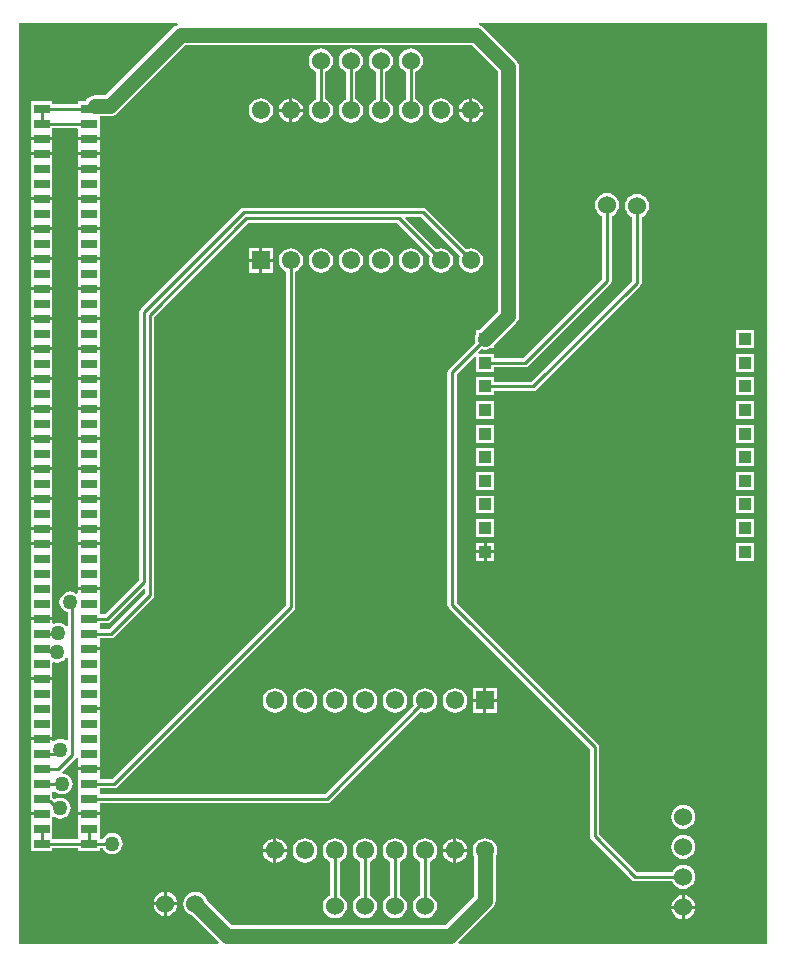
<source format=gtl>
G04*
G04 #@! TF.GenerationSoftware,Altium Limited,Altium Designer,19.0.15 (446)*
G04*
G04 Layer_Physical_Order=1*
G04 Layer_Color=255*
%FSLAX25Y25*%
%MOIN*%
G70*
G01*
G75*
%ADD10C,0.01000*%
%ADD16R,0.05315X0.02799*%
%ADD24C,0.05000*%
%ADD25C,0.06000*%
%ADD26C,0.06102*%
%ADD27R,0.06102X0.06102*%
%ADD28R,0.03969X0.03969*%
%ADD29C,0.05000*%
G36*
X293424Y402668D02*
X294450Y401549D01*
X294384Y400032D01*
X293265Y399006D01*
X291747Y399072D01*
X290721Y400191D01*
X290788Y401709D01*
X291907Y402735D01*
X293424Y402668D01*
D02*
G37*
G36*
X386571Y207129D02*
X283829D01*
X283622Y207629D01*
X294996Y219004D01*
X295557Y219735D01*
X295910Y220586D01*
X296030Y221500D01*
Y236246D01*
X296039Y236257D01*
X296447Y237242D01*
X296586Y238300D01*
X296447Y239358D01*
X296039Y240343D01*
X295389Y241189D01*
X294543Y241839D01*
X293558Y242247D01*
X292500Y242386D01*
X291442Y242247D01*
X290457Y241839D01*
X289611Y241189D01*
X288961Y240343D01*
X288553Y239358D01*
X288414Y238300D01*
X288553Y237242D01*
X288961Y236257D01*
X288970Y236246D01*
Y222962D01*
X279438Y213430D01*
X208062D01*
X199861Y221632D01*
X199494Y222517D01*
X198853Y223353D01*
X198017Y223994D01*
X197044Y224397D01*
X196000Y224535D01*
X194956Y224397D01*
X193983Y223994D01*
X193147Y223353D01*
X192506Y222517D01*
X192103Y221544D01*
X191965Y220500D01*
X192103Y219456D01*
X192506Y218483D01*
X193147Y217647D01*
X193983Y217006D01*
X194868Y216639D01*
X203878Y207629D01*
X203671Y207129D01*
X137100D01*
Y514071D01*
X189992D01*
X190091Y513571D01*
X189335Y513257D01*
X188604Y512696D01*
X165937Y490030D01*
X162489D01*
X161575Y489909D01*
X160724Y489557D01*
X159993Y488996D01*
X159432Y488265D01*
X159322Y487999D01*
X156743D01*
Y487129D01*
X148357D01*
Y487999D01*
X141042D01*
Y483201D01*
X141042D01*
Y483000D01*
X141042D01*
Y478500D01*
X141042Y478200D01*
X141042Y477701D01*
Y476100D01*
X144700D01*
X148357D01*
Y477701D01*
X148357Y477999D01*
X148357Y478500D01*
Y479071D01*
X156389D01*
X156743Y478717D01*
X156743Y478200D01*
X156743Y477701D01*
Y476100D01*
X160400D01*
X164058D01*
Y477701D01*
X164058Y477999D01*
X164058Y478500D01*
Y482969D01*
X167400D01*
X168313Y483090D01*
X169165Y483442D01*
X169896Y484003D01*
X192562Y506670D01*
X288038D01*
X296770Y497938D01*
Y417920D01*
X290578Y411728D01*
X289602D01*
Y410604D01*
X289529Y410509D01*
X289176Y409658D01*
X289056Y408744D01*
X289176Y407830D01*
X289274Y407595D01*
X280419Y398740D01*
X280087Y398243D01*
X279971Y397658D01*
Y320236D01*
X280087Y319651D01*
X280419Y319155D01*
X327571Y272003D01*
Y243000D01*
X327687Y242415D01*
X328019Y241919D01*
X341519Y228419D01*
X342015Y228087D01*
X342600Y227971D01*
X354904D01*
X355106Y227483D01*
X355747Y226647D01*
X356583Y226006D01*
X357556Y225603D01*
X358600Y225465D01*
X359644Y225603D01*
X360617Y226006D01*
X361453Y226647D01*
X362094Y227483D01*
X362497Y228456D01*
X362634Y229500D01*
X362497Y230544D01*
X362094Y231517D01*
X361453Y232353D01*
X360617Y232994D01*
X359644Y233397D01*
X358600Y233535D01*
X357556Y233397D01*
X356583Y232994D01*
X355747Y232353D01*
X355106Y231517D01*
X354904Y231029D01*
X343233D01*
X330629Y243634D01*
Y272636D01*
X330513Y273221D01*
X330181Y273717D01*
X283029Y320869D01*
Y397025D01*
X289140Y403135D01*
X289602Y402944D01*
Y397886D01*
X295570D01*
Y399341D01*
X305870D01*
X306455Y399457D01*
X306951Y399789D01*
X334281Y427119D01*
X334613Y427615D01*
X334729Y428200D01*
Y449704D01*
X335217Y449906D01*
X336053Y450547D01*
X336694Y451383D01*
X337097Y452356D01*
X337234Y453400D01*
X337097Y454444D01*
X336694Y455417D01*
X336053Y456253D01*
X335217Y456894D01*
X334244Y457297D01*
X333200Y457435D01*
X332156Y457297D01*
X331183Y456894D01*
X330347Y456253D01*
X329706Y455417D01*
X329303Y454444D01*
X329166Y453400D01*
X329303Y452356D01*
X329706Y451383D01*
X330347Y450547D01*
X331183Y449906D01*
X331671Y449704D01*
Y428833D01*
X305237Y402399D01*
X295570D01*
Y403854D01*
X290512D01*
X290321Y404316D01*
X291436Y405432D01*
X291672Y405334D01*
X292586Y405214D01*
X293499Y405334D01*
X294351Y405687D01*
X294446Y405760D01*
X295570D01*
Y406736D01*
X302796Y413962D01*
X303357Y414693D01*
X303710Y415545D01*
X303830Y416458D01*
Y499400D01*
X303710Y500314D01*
X303357Y501165D01*
X302796Y501896D01*
X291996Y512696D01*
X291265Y513257D01*
X290509Y513571D01*
X290608Y514071D01*
X386571D01*
Y207129D01*
D02*
G37*
%LPC*%
G36*
X288300Y489020D02*
Y485500D01*
X291820D01*
X291747Y486058D01*
X291339Y487043D01*
X290689Y487889D01*
X289843Y488539D01*
X288858Y488947D01*
X288300Y489020D01*
D02*
G37*
G36*
X228300D02*
Y485500D01*
X231820D01*
X231747Y486058D01*
X231339Y487043D01*
X230689Y487889D01*
X229843Y488539D01*
X228858Y488947D01*
X228300Y489020D01*
D02*
G37*
G36*
X287300D02*
X286742Y488947D01*
X285757Y488539D01*
X284911Y487889D01*
X284261Y487043D01*
X283853Y486058D01*
X283780Y485500D01*
X287300D01*
Y489020D01*
D02*
G37*
G36*
X227300D02*
X226742Y488947D01*
X225757Y488539D01*
X224911Y487889D01*
X224261Y487043D01*
X223853Y486058D01*
X223780Y485500D01*
X227300D01*
Y489020D01*
D02*
G37*
G36*
X291820Y484500D02*
X288300D01*
Y480980D01*
X288858Y481053D01*
X289843Y481461D01*
X290689Y482111D01*
X291339Y482957D01*
X291747Y483942D01*
X291820Y484500D01*
D02*
G37*
G36*
X231820D02*
X228300D01*
Y480980D01*
X228858Y481053D01*
X229843Y481461D01*
X230689Y482111D01*
X231339Y482957D01*
X231747Y483942D01*
X231820Y484500D01*
D02*
G37*
G36*
X287300D02*
X283780D01*
X283853Y483942D01*
X284261Y482957D01*
X284911Y482111D01*
X285757Y481461D01*
X286742Y481053D01*
X287300Y480980D01*
Y484500D01*
D02*
G37*
G36*
X227300D02*
X223780D01*
X223853Y483942D01*
X224261Y482957D01*
X224911Y482111D01*
X225757Y481461D01*
X226742Y481053D01*
X227300Y480980D01*
Y484500D01*
D02*
G37*
G36*
X277800Y489086D02*
X276742Y488947D01*
X275757Y488539D01*
X274911Y487889D01*
X274261Y487043D01*
X273853Y486058D01*
X273714Y485000D01*
X273853Y483942D01*
X274261Y482957D01*
X274911Y482111D01*
X275757Y481461D01*
X276742Y481053D01*
X277800Y480914D01*
X278858Y481053D01*
X279843Y481461D01*
X280689Y482111D01*
X281339Y482957D01*
X281747Y483942D01*
X281886Y485000D01*
X281747Y486058D01*
X281339Y487043D01*
X280689Y487889D01*
X279843Y488539D01*
X278858Y488947D01*
X277800Y489086D01*
D02*
G37*
G36*
X267800Y505634D02*
X266756Y505497D01*
X265783Y505094D01*
X264947Y504453D01*
X264306Y503617D01*
X263903Y502644D01*
X263766Y501600D01*
X263903Y500556D01*
X264306Y499583D01*
X264947Y498747D01*
X265783Y498106D01*
X266271Y497904D01*
Y488752D01*
X265757Y488539D01*
X264911Y487889D01*
X264261Y487043D01*
X263853Y486058D01*
X263714Y485000D01*
X263853Y483942D01*
X264261Y482957D01*
X264911Y482111D01*
X265757Y481461D01*
X266742Y481053D01*
X267800Y480914D01*
X268858Y481053D01*
X269843Y481461D01*
X270689Y482111D01*
X271339Y482957D01*
X271747Y483942D01*
X271886Y485000D01*
X271747Y486058D01*
X271339Y487043D01*
X270689Y487889D01*
X269843Y488539D01*
X269329Y488752D01*
Y497904D01*
X269817Y498106D01*
X270653Y498747D01*
X271294Y499583D01*
X271697Y500556D01*
X271834Y501600D01*
X271697Y502644D01*
X271294Y503617D01*
X270653Y504453D01*
X269817Y505094D01*
X268844Y505497D01*
X267800Y505634D01*
D02*
G37*
G36*
X257800D02*
X256756Y505497D01*
X255783Y505094D01*
X254947Y504453D01*
X254306Y503617D01*
X253903Y502644D01*
X253766Y501600D01*
X253903Y500556D01*
X254306Y499583D01*
X254947Y498747D01*
X255783Y498106D01*
X256271Y497904D01*
Y488752D01*
X255757Y488539D01*
X254911Y487889D01*
X254261Y487043D01*
X253853Y486058D01*
X253714Y485000D01*
X253853Y483942D01*
X254261Y482957D01*
X254911Y482111D01*
X255757Y481461D01*
X256742Y481053D01*
X257800Y480914D01*
X258858Y481053D01*
X259843Y481461D01*
X260689Y482111D01*
X261339Y482957D01*
X261747Y483942D01*
X261886Y485000D01*
X261747Y486058D01*
X261339Y487043D01*
X260689Y487889D01*
X259843Y488539D01*
X259329Y488752D01*
Y497904D01*
X259817Y498106D01*
X260653Y498747D01*
X261294Y499583D01*
X261697Y500556D01*
X261835Y501600D01*
X261697Y502644D01*
X261294Y503617D01*
X260653Y504453D01*
X259817Y505094D01*
X258844Y505497D01*
X257800Y505634D01*
D02*
G37*
G36*
X247800D02*
X246756Y505497D01*
X245783Y505094D01*
X244947Y504453D01*
X244306Y503617D01*
X243903Y502644D01*
X243765Y501600D01*
X243903Y500556D01*
X244306Y499583D01*
X244947Y498747D01*
X245783Y498106D01*
X246271Y497904D01*
Y488752D01*
X245757Y488539D01*
X244911Y487889D01*
X244261Y487043D01*
X243853Y486058D01*
X243714Y485000D01*
X243853Y483942D01*
X244261Y482957D01*
X244911Y482111D01*
X245757Y481461D01*
X246742Y481053D01*
X247800Y480914D01*
X248858Y481053D01*
X249843Y481461D01*
X250689Y482111D01*
X251339Y482957D01*
X251747Y483942D01*
X251886Y485000D01*
X251747Y486058D01*
X251339Y487043D01*
X250689Y487889D01*
X249843Y488539D01*
X249329Y488752D01*
Y497904D01*
X249817Y498106D01*
X250653Y498747D01*
X251294Y499583D01*
X251697Y500556D01*
X251835Y501600D01*
X251697Y502644D01*
X251294Y503617D01*
X250653Y504453D01*
X249817Y505094D01*
X248844Y505497D01*
X247800Y505634D01*
D02*
G37*
G36*
X237800D02*
X236756Y505497D01*
X235783Y505094D01*
X234947Y504453D01*
X234306Y503617D01*
X233903Y502644D01*
X233766Y501600D01*
X233903Y500556D01*
X234306Y499583D01*
X234947Y498747D01*
X235783Y498106D01*
X236271Y497904D01*
Y488752D01*
X235757Y488539D01*
X234911Y487889D01*
X234261Y487043D01*
X233853Y486058D01*
X233714Y485000D01*
X233853Y483942D01*
X234261Y482957D01*
X234911Y482111D01*
X235757Y481461D01*
X236742Y481053D01*
X237800Y480914D01*
X238858Y481053D01*
X239843Y481461D01*
X240689Y482111D01*
X241339Y482957D01*
X241747Y483942D01*
X241886Y485000D01*
X241747Y486058D01*
X241339Y487043D01*
X240689Y487889D01*
X239843Y488539D01*
X239329Y488752D01*
Y497904D01*
X239817Y498106D01*
X240653Y498747D01*
X241294Y499583D01*
X241697Y500556D01*
X241834Y501600D01*
X241697Y502644D01*
X241294Y503617D01*
X240653Y504453D01*
X239817Y505094D01*
X238844Y505497D01*
X237800Y505634D01*
D02*
G37*
G36*
X217800Y489086D02*
X216742Y488947D01*
X215757Y488539D01*
X214911Y487889D01*
X214261Y487043D01*
X213853Y486058D01*
X213714Y485000D01*
X213853Y483942D01*
X214261Y482957D01*
X214911Y482111D01*
X215757Y481461D01*
X216742Y481053D01*
X217800Y480914D01*
X218858Y481053D01*
X219843Y481461D01*
X220689Y482111D01*
X221339Y482957D01*
X221747Y483942D01*
X221886Y485000D01*
X221747Y486058D01*
X221339Y487043D01*
X220689Y487889D01*
X219843Y488539D01*
X218858Y488947D01*
X217800Y489086D01*
D02*
G37*
G36*
X164058Y475100D02*
X160400D01*
X156743D01*
Y473499D01*
X156743Y473201D01*
X156743Y472701D01*
Y471100D01*
X160400D01*
X164058D01*
Y472701D01*
X164058Y472999D01*
X164058Y473499D01*
Y475100D01*
D02*
G37*
G36*
X148357D02*
X144700D01*
X141042D01*
Y473499D01*
X141042Y473201D01*
X141042Y472701D01*
Y471100D01*
X144700D01*
X148357D01*
Y472701D01*
X148357Y472999D01*
X148357Y473499D01*
Y475100D01*
D02*
G37*
G36*
X164058Y470100D02*
X160400D01*
X156743D01*
Y468500D01*
X156743Y468200D01*
X156743Y467700D01*
Y466100D01*
X160400D01*
X164058D01*
Y467700D01*
X164058Y468000D01*
X164058Y468500D01*
Y470100D01*
D02*
G37*
G36*
Y465100D02*
X160400D01*
X156743D01*
Y463499D01*
X156743Y463201D01*
X156743Y462701D01*
Y458499D01*
X156743Y458201D01*
X156743Y457700D01*
Y456100D01*
X160400D01*
X164058D01*
Y457700D01*
X164058Y458000D01*
X164058Y458499D01*
Y462701D01*
X164058Y462999D01*
X164058Y463499D01*
Y465100D01*
D02*
G37*
G36*
X148357Y470100D02*
X144700D01*
X141042D01*
Y468500D01*
X141042Y468200D01*
X141042Y467700D01*
Y463499D01*
X141042Y463201D01*
X141042Y462701D01*
Y458499D01*
X141042Y458201D01*
X141042Y457700D01*
Y456100D01*
X144700D01*
X148357D01*
Y457700D01*
X148357Y458000D01*
X148357Y458499D01*
Y462701D01*
X148357Y462999D01*
X148357Y463499D01*
Y467700D01*
X148357Y468000D01*
X148357Y468500D01*
Y470100D01*
D02*
G37*
G36*
X164058Y455100D02*
X160400D01*
X156743D01*
Y453500D01*
X156743Y453200D01*
X156743Y452701D01*
Y448499D01*
X156743Y448201D01*
X156743Y447701D01*
Y446100D01*
X160400D01*
X164058D01*
Y447701D01*
X164058Y447999D01*
X164058Y448499D01*
Y452701D01*
X164058Y452999D01*
X164058Y453500D01*
Y455100D01*
D02*
G37*
G36*
X148357D02*
X144700D01*
X141042D01*
Y453500D01*
X141042Y453200D01*
X141042Y452701D01*
Y448499D01*
X141042Y448201D01*
X141042Y447701D01*
Y446100D01*
X144700D01*
X148357D01*
Y447701D01*
X148357Y447999D01*
X148357Y448499D01*
Y452701D01*
X148357Y452999D01*
X148357Y453500D01*
Y455100D01*
D02*
G37*
G36*
X164058Y445100D02*
X160400D01*
X156743D01*
Y443500D01*
X156743Y443200D01*
X156743Y442700D01*
Y438499D01*
X156743Y438201D01*
X156743Y437701D01*
Y436100D01*
X160400D01*
X164058D01*
Y437701D01*
X164058Y437999D01*
X164058Y438499D01*
Y442700D01*
X164058Y443000D01*
X164058Y443500D01*
Y445100D01*
D02*
G37*
G36*
X148357D02*
X144700D01*
X141042D01*
Y443500D01*
X141042Y443200D01*
X141042Y442700D01*
Y438499D01*
X141042Y438201D01*
X141042Y437701D01*
Y436100D01*
X144700D01*
X148357D01*
Y437701D01*
X148357Y437999D01*
X148357Y438499D01*
Y442700D01*
X148357Y443000D01*
X148357Y443500D01*
Y445100D01*
D02*
G37*
G36*
X221851Y439051D02*
X218300D01*
Y435500D01*
X221851D01*
Y439051D01*
D02*
G37*
G36*
X217300D02*
X213749D01*
Y435500D01*
X217300D01*
Y439051D01*
D02*
G37*
G36*
X221851Y434500D02*
X218300D01*
Y430949D01*
X221851D01*
Y434500D01*
D02*
G37*
G36*
X217300D02*
X213749D01*
Y430949D01*
X217300D01*
Y434500D01*
D02*
G37*
G36*
X271800Y452529D02*
X212072D01*
X211486Y452413D01*
X210990Y452081D01*
X177719Y418810D01*
X177387Y418314D01*
X177271Y417728D01*
Y328433D01*
X165966Y317129D01*
X164411D01*
X164058Y317483D01*
X164058Y318000D01*
X164058Y318499D01*
Y322701D01*
X164058Y323000D01*
X164058D01*
Y323200D01*
X164058D01*
Y325100D01*
X160400D01*
X156743D01*
Y324191D01*
X156243Y323944D01*
X155965Y324157D01*
X155114Y324510D01*
X154200Y324630D01*
X153286Y324510D01*
X152435Y324157D01*
X151704Y323596D01*
X151143Y322865D01*
X150790Y322014D01*
X150670Y321100D01*
X150790Y320186D01*
X151143Y319335D01*
X151704Y318604D01*
X152435Y318043D01*
X153286Y317690D01*
X153471Y317666D01*
Y313008D01*
X152971Y312839D01*
X152696Y313196D01*
X151965Y313757D01*
X151114Y314110D01*
X150200Y314230D01*
X149286Y314110D01*
X148857Y313932D01*
X148357Y314266D01*
Y315100D01*
X144700D01*
X141042D01*
Y313200D01*
X141042Y313200D01*
Y313000D01*
X141042D01*
X141042Y312701D01*
Y308500D01*
X141042Y308201D01*
X141042D01*
Y307999D01*
X141042D01*
Y303500D01*
X141042Y303201D01*
X141042D01*
Y302999D01*
X141042D01*
Y298499D01*
X141042Y298200D01*
X141042Y297701D01*
Y296100D01*
X144700D01*
X148357D01*
Y297701D01*
X148357Y298000D01*
X148357Y298499D01*
Y300803D01*
X148773Y301081D01*
X148993Y300990D01*
X149907Y300870D01*
X150820Y300990D01*
X151672Y301343D01*
X152403Y301904D01*
X152964Y302635D01*
X152971Y302651D01*
X153471Y302552D01*
Y274981D01*
X153022Y274760D01*
X152765Y274957D01*
X151914Y275310D01*
X151000Y275430D01*
X150086Y275310D01*
X149235Y274957D01*
X148857Y274668D01*
X148357Y274914D01*
Y275100D01*
X144700D01*
X141042D01*
Y273200D01*
X141042Y273200D01*
Y273000D01*
X141042D01*
X141042Y272701D01*
Y268200D01*
X141042D01*
Y268000D01*
X141042D01*
Y263499D01*
X141042Y263200D01*
X141042Y262701D01*
Y258500D01*
X141042Y258201D01*
X141042Y257700D01*
Y253500D01*
X141042Y253201D01*
X141042D01*
Y252999D01*
X141042D01*
Y251100D01*
X144700D01*
Y250100D01*
X141042D01*
Y248499D01*
X141042Y248200D01*
X141042Y247701D01*
Y243200D01*
X141042D01*
Y243000D01*
X141042D01*
Y238200D01*
X148357D01*
Y239071D01*
X156743D01*
Y238200D01*
X164058D01*
Y239071D01*
X165045D01*
X165143Y238835D01*
X165704Y238104D01*
X166435Y237543D01*
X167286Y237190D01*
X168200Y237070D01*
X169114Y237190D01*
X169965Y237543D01*
X170696Y238104D01*
X171257Y238835D01*
X171610Y239686D01*
X171730Y240600D01*
X171610Y241514D01*
X171257Y242365D01*
X170696Y243096D01*
X169965Y243657D01*
X169114Y244010D01*
X168200Y244130D01*
X167286Y244010D01*
X166435Y243657D01*
X165704Y243096D01*
X165143Y242365D01*
X165045Y242129D01*
X164058D01*
Y243000D01*
X164058D01*
Y243200D01*
X164058D01*
Y247701D01*
X164058Y248000D01*
X164058Y248499D01*
Y250100D01*
X160400D01*
X156743D01*
Y248499D01*
X156743Y248200D01*
X156743Y247701D01*
Y243200D01*
X156743D01*
Y243000D01*
X156743D01*
Y242129D01*
X148357D01*
Y243000D01*
X148357D01*
Y243200D01*
X148357D01*
Y247701D01*
X148357Y248000D01*
X148357Y248499D01*
Y249309D01*
X148857Y249556D01*
X149135Y249343D01*
X149986Y248990D01*
X150900Y248870D01*
X151814Y248990D01*
X152665Y249343D01*
X153396Y249904D01*
X153957Y250635D01*
X154310Y251486D01*
X154430Y252400D01*
X154310Y253314D01*
X153957Y254165D01*
X153396Y254896D01*
X152665Y255457D01*
X151814Y255810D01*
X150900Y255930D01*
X149986Y255810D01*
X149135Y255457D01*
X149005Y255358D01*
X148581Y255782D01*
X148357Y255931D01*
X148357Y257845D01*
X148448Y257935D01*
X149004Y258004D01*
X149735Y257443D01*
X150586Y257090D01*
X151500Y256970D01*
X152414Y257090D01*
X153265Y257443D01*
X153996Y258004D01*
X154557Y258735D01*
X154910Y259586D01*
X155030Y260500D01*
X154910Y261414D01*
X154557Y262265D01*
X153996Y262996D01*
X153265Y263557D01*
X152414Y263910D01*
X151590Y264018D01*
X151470Y264269D01*
X151444Y264473D01*
X151443Y264524D01*
X156081Y269162D01*
X156243Y269403D01*
X156743Y269251D01*
X156743Y268200D01*
X156743Y267701D01*
Y266100D01*
X160400D01*
X164058D01*
Y267701D01*
X164058Y268000D01*
X164058Y268499D01*
Y272701D01*
X164058Y273000D01*
X164058Y273499D01*
Y277700D01*
X164058Y277999D01*
X164058Y278500D01*
Y282700D01*
X164058Y282999D01*
X164058Y283500D01*
Y285100D01*
X160400D01*
Y286100D01*
X164058D01*
Y287701D01*
X164058Y288000D01*
X164058Y288499D01*
Y292701D01*
X164058Y293000D01*
X164058Y293499D01*
Y297701D01*
X164058Y298000D01*
X164058Y298499D01*
Y302700D01*
X164058Y302999D01*
X164058Y303500D01*
Y305100D01*
X160400D01*
Y306100D01*
X164058D01*
Y307700D01*
X164058Y307999D01*
X164058Y308500D01*
Y309071D01*
X167900D01*
X168485Y309187D01*
X168981Y309519D01*
X181881Y322419D01*
X182213Y322915D01*
X182329Y323500D01*
Y416266D01*
X213533Y447471D01*
X263166D01*
X274066Y436571D01*
X273853Y436058D01*
X273714Y435000D01*
X273853Y433942D01*
X274261Y432957D01*
X274911Y432111D01*
X275757Y431461D01*
X276742Y431053D01*
X277800Y430914D01*
X278858Y431053D01*
X279843Y431461D01*
X280689Y432111D01*
X281339Y432957D01*
X281747Y433942D01*
X281886Y435000D01*
X281747Y436058D01*
X281339Y437043D01*
X280689Y437889D01*
X279843Y438539D01*
X278858Y438947D01*
X277800Y439086D01*
X276742Y438947D01*
X276229Y438734D01*
X265954Y449009D01*
X266146Y449471D01*
X271166D01*
X284066Y436571D01*
X283853Y436058D01*
X283714Y435000D01*
X283853Y433942D01*
X284261Y432957D01*
X284911Y432111D01*
X285757Y431461D01*
X286742Y431053D01*
X287800Y430914D01*
X288858Y431053D01*
X289843Y431461D01*
X290689Y432111D01*
X291339Y432957D01*
X291747Y433942D01*
X291886Y435000D01*
X291747Y436058D01*
X291339Y437043D01*
X290689Y437889D01*
X289843Y438539D01*
X288858Y438947D01*
X287800Y439086D01*
X286742Y438947D01*
X286229Y438734D01*
X272881Y452081D01*
X272385Y452413D01*
X271800Y452529D01*
D02*
G37*
G36*
X267800Y439086D02*
X266742Y438947D01*
X265757Y438539D01*
X264911Y437889D01*
X264261Y437043D01*
X263853Y436058D01*
X263714Y435000D01*
X263853Y433942D01*
X264261Y432957D01*
X264911Y432111D01*
X265757Y431461D01*
X266742Y431053D01*
X267800Y430914D01*
X268858Y431053D01*
X269843Y431461D01*
X270689Y432111D01*
X271339Y432957D01*
X271747Y433942D01*
X271886Y435000D01*
X271747Y436058D01*
X271339Y437043D01*
X270689Y437889D01*
X269843Y438539D01*
X268858Y438947D01*
X267800Y439086D01*
D02*
G37*
G36*
X257800D02*
X256742Y438947D01*
X255757Y438539D01*
X254911Y437889D01*
X254261Y437043D01*
X253853Y436058D01*
X253714Y435000D01*
X253853Y433942D01*
X254261Y432957D01*
X254911Y432111D01*
X255757Y431461D01*
X256742Y431053D01*
X257800Y430914D01*
X258858Y431053D01*
X259843Y431461D01*
X260689Y432111D01*
X261339Y432957D01*
X261747Y433942D01*
X261886Y435000D01*
X261747Y436058D01*
X261339Y437043D01*
X260689Y437889D01*
X259843Y438539D01*
X258858Y438947D01*
X257800Y439086D01*
D02*
G37*
G36*
X247800D02*
X246742Y438947D01*
X245757Y438539D01*
X244911Y437889D01*
X244261Y437043D01*
X243853Y436058D01*
X243714Y435000D01*
X243853Y433942D01*
X244261Y432957D01*
X244911Y432111D01*
X245757Y431461D01*
X246742Y431053D01*
X247800Y430914D01*
X248858Y431053D01*
X249843Y431461D01*
X250689Y432111D01*
X251339Y432957D01*
X251747Y433942D01*
X251886Y435000D01*
X251747Y436058D01*
X251339Y437043D01*
X250689Y437889D01*
X249843Y438539D01*
X248858Y438947D01*
X247800Y439086D01*
D02*
G37*
G36*
X237800D02*
X236742Y438947D01*
X235757Y438539D01*
X234911Y437889D01*
X234261Y437043D01*
X233853Y436058D01*
X233714Y435000D01*
X233853Y433942D01*
X234261Y432957D01*
X234911Y432111D01*
X235757Y431461D01*
X236742Y431053D01*
X237800Y430914D01*
X238858Y431053D01*
X239843Y431461D01*
X240689Y432111D01*
X241339Y432957D01*
X241747Y433942D01*
X241886Y435000D01*
X241747Y436058D01*
X241339Y437043D01*
X240689Y437889D01*
X239843Y438539D01*
X238858Y438947D01*
X237800Y439086D01*
D02*
G37*
G36*
X164058Y435100D02*
X160400D01*
X156743D01*
Y433499D01*
X156743Y433201D01*
X156743Y432700D01*
Y428500D01*
X156743Y428200D01*
X156743Y427701D01*
Y426100D01*
X160400D01*
X164058D01*
Y427701D01*
X164058Y427999D01*
X164058Y428500D01*
Y432700D01*
X164058Y433000D01*
X164058Y433499D01*
Y435100D01*
D02*
G37*
G36*
X148357D02*
X144700D01*
X141042D01*
Y433499D01*
X141042Y433201D01*
X141042Y432700D01*
Y428500D01*
X141042Y428200D01*
X141042Y427701D01*
Y426100D01*
X144700D01*
X148357D01*
Y427701D01*
X148357Y427999D01*
X148357Y428500D01*
Y432700D01*
X148357Y433000D01*
X148357Y433499D01*
Y435100D01*
D02*
G37*
G36*
X164058Y425100D02*
X160400D01*
X156743D01*
Y423499D01*
X156743Y423201D01*
X156743Y422701D01*
Y418500D01*
X156743Y418200D01*
X156743Y417700D01*
Y416100D01*
X160400D01*
X164058D01*
Y417700D01*
X164058Y418000D01*
X164058Y418500D01*
Y422701D01*
X164058Y422999D01*
X164058Y423499D01*
Y425100D01*
D02*
G37*
G36*
X148357D02*
X144700D01*
X141042D01*
Y423499D01*
X141042Y423201D01*
X141042Y422701D01*
Y418500D01*
X141042Y418200D01*
X141042Y417700D01*
Y416100D01*
X144700D01*
X148357D01*
Y417700D01*
X148357Y418000D01*
X148357Y418500D01*
Y422701D01*
X148357Y422999D01*
X148357Y423499D01*
Y425100D01*
D02*
G37*
G36*
X164058Y415100D02*
X160400D01*
X156743D01*
Y413499D01*
X156743Y413201D01*
X156743Y412701D01*
Y408499D01*
X156743Y408201D01*
X156743Y407700D01*
Y406100D01*
X160400D01*
X164058D01*
Y407700D01*
X164058Y408000D01*
X164058Y408499D01*
Y412701D01*
X164058Y412999D01*
X164058Y413499D01*
Y415100D01*
D02*
G37*
G36*
X148357D02*
X144700D01*
X141042D01*
Y413499D01*
X141042Y413201D01*
X141042Y412701D01*
Y408499D01*
X141042Y408201D01*
X141042Y407700D01*
Y406100D01*
X144700D01*
X148357D01*
Y407700D01*
X148357Y408000D01*
X148357Y408499D01*
Y412701D01*
X148357Y412999D01*
X148357Y413499D01*
Y415100D01*
D02*
G37*
G36*
X382184Y411728D02*
X376216D01*
Y405760D01*
X382184D01*
Y411728D01*
D02*
G37*
G36*
Y403854D02*
X376216D01*
Y397886D01*
X382184D01*
Y403854D01*
D02*
G37*
G36*
X164058Y405100D02*
X160400D01*
X156743D01*
Y403500D01*
X156743Y403200D01*
X156743Y402701D01*
Y398499D01*
X156743Y398200D01*
X156743Y397701D01*
Y396100D01*
X160400D01*
X164058D01*
Y397701D01*
X164058Y398000D01*
X164058Y398499D01*
Y402701D01*
X164058Y402999D01*
X164058Y403500D01*
Y405100D01*
D02*
G37*
G36*
X148357D02*
X144700D01*
X141042D01*
Y403500D01*
X141042Y403200D01*
X141042Y402701D01*
Y398499D01*
X141042Y398200D01*
X141042Y397701D01*
Y396100D01*
X144700D01*
X148357D01*
Y397701D01*
X148357Y398000D01*
X148357Y398499D01*
Y402701D01*
X148357Y402999D01*
X148357Y403500D01*
Y405100D01*
D02*
G37*
G36*
X343200Y457134D02*
X342156Y456997D01*
X341183Y456594D01*
X340347Y455953D01*
X339706Y455117D01*
X339303Y454144D01*
X339165Y453100D01*
X339303Y452056D01*
X339706Y451083D01*
X340347Y450247D01*
X341183Y449606D01*
X341671Y449404D01*
Y428233D01*
X307963Y394526D01*
X295570D01*
Y395980D01*
X289602D01*
Y390012D01*
X295570D01*
Y391467D01*
X308596D01*
X309181Y391583D01*
X309678Y391915D01*
X344281Y426519D01*
X344613Y427015D01*
X344729Y427600D01*
Y449404D01*
X345217Y449606D01*
X346053Y450247D01*
X346694Y451083D01*
X347097Y452056D01*
X347235Y453100D01*
X347097Y454144D01*
X346694Y455117D01*
X346053Y455953D01*
X345217Y456594D01*
X344244Y456997D01*
X343200Y457134D01*
D02*
G37*
G36*
X382184Y395980D02*
X376216D01*
Y390012D01*
X382184D01*
Y395980D01*
D02*
G37*
G36*
X164058Y395100D02*
X160400D01*
X156743D01*
Y393499D01*
X156743Y393200D01*
X156743Y392701D01*
Y388499D01*
X156743Y388200D01*
X156743Y387701D01*
Y386100D01*
X160400D01*
X164058D01*
Y387701D01*
X164058Y388000D01*
X164058Y388499D01*
Y392701D01*
X164058Y393000D01*
X164058Y393499D01*
Y395100D01*
D02*
G37*
G36*
X148357D02*
X144700D01*
X141042D01*
Y393499D01*
X141042Y393200D01*
X141042Y392701D01*
Y388499D01*
X141042Y388200D01*
X141042Y387701D01*
Y386100D01*
X144700D01*
X148357D01*
Y387701D01*
X148357Y388000D01*
X148357Y388499D01*
Y392701D01*
X148357Y393000D01*
X148357Y393499D01*
Y395100D01*
D02*
G37*
G36*
X382184Y388106D02*
X376216D01*
Y382138D01*
X382184D01*
Y388106D01*
D02*
G37*
G36*
X295570D02*
X289602D01*
Y382138D01*
X295570D01*
Y388106D01*
D02*
G37*
G36*
X164058Y385100D02*
X160400D01*
X156743D01*
Y383500D01*
X156743Y383201D01*
X156743Y382700D01*
Y378500D01*
X156743Y378201D01*
X156743Y377700D01*
Y376100D01*
X160400D01*
X164058D01*
Y377700D01*
X164058Y377999D01*
X164058Y378500D01*
Y382700D01*
X164058Y382999D01*
X164058Y383500D01*
Y385100D01*
D02*
G37*
G36*
X148357D02*
X144700D01*
X141042D01*
Y383500D01*
X141042Y383201D01*
X141042Y382700D01*
Y378500D01*
X141042Y378201D01*
X141042Y377700D01*
Y376100D01*
X144700D01*
X148357D01*
Y377700D01*
X148357Y377999D01*
X148357Y378500D01*
Y382700D01*
X148357Y382999D01*
X148357Y383500D01*
Y385100D01*
D02*
G37*
G36*
X382184Y380232D02*
X376216D01*
Y374264D01*
X382184D01*
Y380232D01*
D02*
G37*
G36*
X295570D02*
X289602D01*
Y374264D01*
X295570D01*
Y380232D01*
D02*
G37*
G36*
X382184Y372358D02*
X376216D01*
Y366390D01*
X382184D01*
Y372358D01*
D02*
G37*
G36*
X295570D02*
X289602D01*
Y366390D01*
X295570D01*
Y372358D01*
D02*
G37*
G36*
X164058Y375100D02*
X160400D01*
X156743D01*
Y373499D01*
X156743Y373200D01*
X156743Y372701D01*
Y368499D01*
X156743Y368200D01*
X156743Y367701D01*
Y366100D01*
X160400D01*
X164058D01*
Y367701D01*
X164058Y368000D01*
X164058Y368499D01*
Y372701D01*
X164058Y373000D01*
X164058Y373499D01*
Y375100D01*
D02*
G37*
G36*
X148357D02*
X144700D01*
X141042D01*
Y373499D01*
X141042Y373200D01*
X141042Y372701D01*
Y368499D01*
X141042Y368200D01*
X141042Y367701D01*
Y366100D01*
X144700D01*
X148357D01*
Y367701D01*
X148357Y368000D01*
X148357Y368499D01*
Y372701D01*
X148357Y373000D01*
X148357Y373499D01*
Y375100D01*
D02*
G37*
G36*
X382184Y364484D02*
X376216D01*
Y358516D01*
X382184D01*
Y364484D01*
D02*
G37*
G36*
X295570D02*
X289602D01*
Y358516D01*
X295570D01*
Y364484D01*
D02*
G37*
G36*
X164058Y365100D02*
X160400D01*
X156743D01*
Y363499D01*
X156743Y363200D01*
X156743Y362701D01*
Y358500D01*
X156743Y358201D01*
X156743Y357700D01*
Y356100D01*
X160400D01*
X164058D01*
Y357700D01*
X164058Y357999D01*
X164058Y358500D01*
Y362701D01*
X164058Y363000D01*
X164058Y363499D01*
Y365100D01*
D02*
G37*
G36*
X148357D02*
X144700D01*
X141042D01*
Y363499D01*
X141042Y363200D01*
X141042Y362701D01*
Y358500D01*
X141042Y358201D01*
X141042Y357700D01*
Y356100D01*
X144700D01*
X148357D01*
Y357700D01*
X148357Y357999D01*
X148357Y358500D01*
Y362701D01*
X148357Y363000D01*
X148357Y363499D01*
Y365100D01*
D02*
G37*
G36*
X382184Y356610D02*
X376216D01*
Y350642D01*
X382184D01*
Y356610D01*
D02*
G37*
G36*
X295570D02*
X289602D01*
Y350642D01*
X295570D01*
Y356610D01*
D02*
G37*
G36*
X164058Y355100D02*
X160400D01*
X156743D01*
Y353500D01*
X156743Y353201D01*
X156743Y352700D01*
Y348499D01*
X156743Y348200D01*
X156743Y347701D01*
Y346100D01*
X160400D01*
X164058D01*
Y347701D01*
X164058Y348000D01*
X164058Y348499D01*
Y352700D01*
X164058Y352999D01*
X164058Y353500D01*
Y355100D01*
D02*
G37*
G36*
X148357D02*
X144700D01*
X141042D01*
Y353500D01*
X141042Y353201D01*
X141042Y352700D01*
Y348499D01*
X141042Y348200D01*
X141042Y347701D01*
Y346100D01*
X144700D01*
X148357D01*
Y347701D01*
X148357Y348000D01*
X148357Y348499D01*
Y352700D01*
X148357Y352999D01*
X148357Y353500D01*
Y355100D01*
D02*
G37*
G36*
X382184Y348736D02*
X376216D01*
Y342768D01*
X382184D01*
Y348736D01*
D02*
G37*
G36*
X295570D02*
X289602D01*
Y342768D01*
X295570D01*
Y348736D01*
D02*
G37*
G36*
X164058Y345100D02*
X160400D01*
X156743D01*
Y343499D01*
X156743Y343200D01*
X156743Y342701D01*
Y341100D01*
X160400D01*
X164058D01*
Y342701D01*
X164058Y343000D01*
X164058Y343499D01*
Y345100D01*
D02*
G37*
G36*
X148357D02*
X144700D01*
X141042D01*
Y343499D01*
X141042Y343200D01*
X141042Y342701D01*
Y341100D01*
X144700D01*
X148357D01*
Y342701D01*
X148357Y343000D01*
X148357Y343499D01*
Y345100D01*
D02*
G37*
G36*
X292086Y340862D02*
X289602D01*
Y338378D01*
X290773D01*
X290778Y338499D01*
X290788Y338717D01*
X291907Y339742D01*
X292086Y339735D01*
Y340862D01*
D02*
G37*
G36*
X295570D02*
X293086D01*
Y339691D01*
X293424Y339676D01*
X294450Y338557D01*
X294443Y338378D01*
X295570D01*
Y340862D01*
D02*
G37*
G36*
Y337378D02*
X294399D01*
X294384Y337039D01*
D01*
X293265Y336013D01*
X293086Y336021D01*
Y334894D01*
X295570D01*
Y337378D01*
D02*
G37*
G36*
X382184Y340862D02*
X376216D01*
Y334894D01*
X382184D01*
Y340862D01*
D02*
G37*
G36*
X290729Y337378D02*
X289602D01*
Y334894D01*
X292086D01*
Y336065D01*
X291747Y336080D01*
X290721Y337199D01*
X290729Y337378D01*
D02*
G37*
G36*
X164058Y340100D02*
X160400D01*
X156743D01*
Y338499D01*
X156743Y338200D01*
X156743Y337701D01*
Y333500D01*
X156743Y333201D01*
X156743Y332700D01*
Y328500D01*
X156743Y328201D01*
X156743Y327700D01*
Y326100D01*
X160400D01*
X164058D01*
Y327700D01*
X164058Y327999D01*
X164058Y328500D01*
Y332700D01*
X164058Y332999D01*
X164058Y333500D01*
Y337701D01*
X164058Y338000D01*
X164058Y338499D01*
Y340100D01*
D02*
G37*
G36*
X148357D02*
X144700D01*
X141042D01*
Y338499D01*
X141042Y338200D01*
X141042Y337701D01*
Y333500D01*
X141042Y333201D01*
X141042Y332700D01*
Y328500D01*
X141042Y328201D01*
X141042Y327700D01*
Y323499D01*
X141042Y323200D01*
X141042Y322701D01*
Y318499D01*
X141042Y318200D01*
X141042Y317701D01*
Y316100D01*
X144700D01*
X148357D01*
Y317701D01*
X148357Y318000D01*
X148357Y318499D01*
Y322701D01*
X148357Y323000D01*
X148357Y323499D01*
Y327700D01*
X148357Y327999D01*
X148357Y328500D01*
Y332700D01*
X148357Y332999D01*
X148357Y333500D01*
Y337701D01*
X148357Y338000D01*
X148357Y338499D01*
Y340100D01*
D02*
G37*
G36*
X296551Y292351D02*
X293000D01*
Y288800D01*
X296551D01*
Y292351D01*
D02*
G37*
G36*
X292000D02*
X288449D01*
Y288800D01*
X292000D01*
Y292351D01*
D02*
G37*
G36*
X296551Y287800D02*
X293000D01*
Y284249D01*
X296551D01*
Y287800D01*
D02*
G37*
G36*
X292000D02*
X288449D01*
Y284249D01*
X292000D01*
Y287800D01*
D02*
G37*
G36*
X282500Y292386D02*
X281442Y292247D01*
X280457Y291839D01*
X279611Y291189D01*
X278961Y290343D01*
X278553Y289358D01*
X278414Y288300D01*
X278553Y287242D01*
X278961Y286257D01*
X279611Y285411D01*
X280457Y284761D01*
X281442Y284353D01*
X282500Y284214D01*
X283558Y284353D01*
X284543Y284761D01*
X285389Y285411D01*
X286039Y286257D01*
X286447Y287242D01*
X286586Y288300D01*
X286447Y289358D01*
X286039Y290343D01*
X285389Y291189D01*
X284543Y291839D01*
X283558Y292247D01*
X282500Y292386D01*
D02*
G37*
G36*
X227800Y439086D02*
X226742Y438947D01*
X225757Y438539D01*
X224911Y437889D01*
X224261Y437043D01*
X223853Y436058D01*
X223714Y435000D01*
X223853Y433942D01*
X224261Y432957D01*
X224911Y432111D01*
X225757Y431461D01*
X226271Y431249D01*
Y320034D01*
X168367Y262129D01*
X164411D01*
X164058Y262483D01*
X164058Y263000D01*
X164058Y263499D01*
Y265100D01*
X160400D01*
X156743D01*
Y263499D01*
X156743Y263200D01*
X156743Y262701D01*
Y258500D01*
X156743Y258201D01*
X156743Y257700D01*
Y253500D01*
X156743Y253201D01*
X156743Y252700D01*
Y251100D01*
X160400D01*
X164058D01*
Y252700D01*
X164058Y252999D01*
X164058Y253500D01*
Y254071D01*
X239800D01*
X240385Y254187D01*
X240881Y254519D01*
X270929Y284566D01*
X271442Y284353D01*
X272500Y284214D01*
X273558Y284353D01*
X274543Y284761D01*
X275389Y285411D01*
X276039Y286257D01*
X276447Y287242D01*
X276586Y288300D01*
X276447Y289358D01*
X276039Y290343D01*
X275389Y291189D01*
X274543Y291839D01*
X273558Y292247D01*
X272500Y292386D01*
X271442Y292247D01*
X270457Y291839D01*
X269611Y291189D01*
X268961Y290343D01*
X268553Y289358D01*
X268414Y288300D01*
X268553Y287242D01*
X268766Y286729D01*
X239166Y257129D01*
X164411D01*
X164058Y257483D01*
X164058Y257999D01*
X164058Y258500D01*
Y259071D01*
X169000D01*
X169585Y259187D01*
X170081Y259519D01*
X228881Y318319D01*
X229213Y318815D01*
X229329Y319400D01*
Y431249D01*
X229843Y431461D01*
X230689Y432111D01*
X231339Y432957D01*
X231747Y433942D01*
X231886Y435000D01*
X231747Y436058D01*
X231339Y437043D01*
X230689Y437889D01*
X229843Y438539D01*
X228858Y438947D01*
X227800Y439086D01*
D02*
G37*
G36*
X262500Y292386D02*
X261442Y292247D01*
X260457Y291839D01*
X259611Y291189D01*
X258961Y290343D01*
X258553Y289358D01*
X258414Y288300D01*
X258553Y287242D01*
X258961Y286257D01*
X259611Y285411D01*
X260457Y284761D01*
X261442Y284353D01*
X262500Y284214D01*
X263558Y284353D01*
X264543Y284761D01*
X265389Y285411D01*
X266039Y286257D01*
X266447Y287242D01*
X266586Y288300D01*
X266447Y289358D01*
X266039Y290343D01*
X265389Y291189D01*
X264543Y291839D01*
X263558Y292247D01*
X262500Y292386D01*
D02*
G37*
G36*
X252500D02*
X251442Y292247D01*
X250457Y291839D01*
X249611Y291189D01*
X248961Y290343D01*
X248553Y289358D01*
X248414Y288300D01*
X248553Y287242D01*
X248961Y286257D01*
X249611Y285411D01*
X250457Y284761D01*
X251442Y284353D01*
X252500Y284214D01*
X253558Y284353D01*
X254543Y284761D01*
X255389Y285411D01*
X256039Y286257D01*
X256447Y287242D01*
X256586Y288300D01*
X256447Y289358D01*
X256039Y290343D01*
X255389Y291189D01*
X254543Y291839D01*
X253558Y292247D01*
X252500Y292386D01*
D02*
G37*
G36*
X242500D02*
X241442Y292247D01*
X240457Y291839D01*
X239611Y291189D01*
X238961Y290343D01*
X238553Y289358D01*
X238414Y288300D01*
X238553Y287242D01*
X238961Y286257D01*
X239611Y285411D01*
X240457Y284761D01*
X241442Y284353D01*
X242500Y284214D01*
X243558Y284353D01*
X244543Y284761D01*
X245389Y285411D01*
X246039Y286257D01*
X246447Y287242D01*
X246586Y288300D01*
X246447Y289358D01*
X246039Y290343D01*
X245389Y291189D01*
X244543Y291839D01*
X243558Y292247D01*
X242500Y292386D01*
D02*
G37*
G36*
X232500D02*
X231442Y292247D01*
X230457Y291839D01*
X229611Y291189D01*
X228961Y290343D01*
X228553Y289358D01*
X228414Y288300D01*
X228553Y287242D01*
X228961Y286257D01*
X229611Y285411D01*
X230457Y284761D01*
X231442Y284353D01*
X232500Y284214D01*
X233558Y284353D01*
X234543Y284761D01*
X235389Y285411D01*
X236039Y286257D01*
X236447Y287242D01*
X236586Y288300D01*
X236447Y289358D01*
X236039Y290343D01*
X235389Y291189D01*
X234543Y291839D01*
X233558Y292247D01*
X232500Y292386D01*
D02*
G37*
G36*
X222500D02*
X221442Y292247D01*
X220457Y291839D01*
X219611Y291189D01*
X218961Y290343D01*
X218553Y289358D01*
X218414Y288300D01*
X218553Y287242D01*
X218961Y286257D01*
X219611Y285411D01*
X220457Y284761D01*
X221442Y284353D01*
X222500Y284214D01*
X223558Y284353D01*
X224543Y284761D01*
X225389Y285411D01*
X226039Y286257D01*
X226447Y287242D01*
X226586Y288300D01*
X226447Y289358D01*
X226039Y290343D01*
X225389Y291189D01*
X224543Y291839D01*
X223558Y292247D01*
X222500Y292386D01*
D02*
G37*
G36*
X148357Y295100D02*
X144700D01*
X141042D01*
Y293499D01*
X141042Y293200D01*
X141042Y292701D01*
Y288499D01*
X141042Y288200D01*
X141042Y287701D01*
Y283500D01*
X141042Y283201D01*
X141042Y282700D01*
Y278500D01*
X141042Y278201D01*
X141042Y277700D01*
Y276100D01*
X144700D01*
X148357D01*
Y277700D01*
X148357Y277999D01*
X148357Y278500D01*
Y282700D01*
X148357Y282999D01*
X148357Y283500D01*
Y287701D01*
X148357Y288000D01*
X148357Y288499D01*
Y292701D01*
X148357Y293000D01*
X148357Y293499D01*
Y295100D01*
D02*
G37*
G36*
X358600Y253535D02*
X357556Y253397D01*
X356583Y252994D01*
X355747Y252353D01*
X355106Y251517D01*
X354703Y250544D01*
X354566Y249500D01*
X354703Y248456D01*
X355106Y247483D01*
X355747Y246647D01*
X356583Y246006D01*
X357556Y245603D01*
X358600Y245465D01*
X359644Y245603D01*
X360617Y246006D01*
X361453Y246647D01*
X362094Y247483D01*
X362497Y248456D01*
X362634Y249500D01*
X362497Y250544D01*
X362094Y251517D01*
X361453Y252353D01*
X360617Y252994D01*
X359644Y253397D01*
X358600Y253535D01*
D02*
G37*
G36*
X283000Y242320D02*
Y238800D01*
X286520D01*
X286447Y239358D01*
X286039Y240343D01*
X285389Y241189D01*
X284543Y241839D01*
X283558Y242247D01*
X283000Y242320D01*
D02*
G37*
G36*
X223000D02*
Y238800D01*
X226520D01*
X226447Y239358D01*
X226039Y240343D01*
X225389Y241189D01*
X224543Y241839D01*
X223558Y242247D01*
X223000Y242320D01*
D02*
G37*
G36*
X282000D02*
X281442Y242247D01*
X280457Y241839D01*
X279611Y241189D01*
X278961Y240343D01*
X278553Y239358D01*
X278480Y238800D01*
X282000D01*
Y242320D01*
D02*
G37*
G36*
X222000D02*
X221442Y242247D01*
X220457Y241839D01*
X219611Y241189D01*
X218961Y240343D01*
X218553Y239358D01*
X218480Y238800D01*
X222000D01*
Y242320D01*
D02*
G37*
G36*
X358600Y243534D02*
X357556Y243397D01*
X356583Y242994D01*
X355747Y242353D01*
X355106Y241517D01*
X354703Y240544D01*
X354566Y239500D01*
X354703Y238456D01*
X355106Y237483D01*
X355747Y236647D01*
X356583Y236006D01*
X357556Y235603D01*
X358600Y235466D01*
X359644Y235603D01*
X360617Y236006D01*
X361453Y236647D01*
X362094Y237483D01*
X362497Y238456D01*
X362634Y239500D01*
X362497Y240544D01*
X362094Y241517D01*
X361453Y242353D01*
X360617Y242994D01*
X359644Y243397D01*
X358600Y243534D01*
D02*
G37*
G36*
X286520Y237800D02*
X283000D01*
Y234280D01*
X283558Y234353D01*
X284543Y234761D01*
X285389Y235411D01*
X286039Y236257D01*
X286447Y237242D01*
X286520Y237800D01*
D02*
G37*
G36*
X226520D02*
X223000D01*
Y234280D01*
X223558Y234353D01*
X224543Y234761D01*
X225389Y235411D01*
X226039Y236257D01*
X226447Y237242D01*
X226520Y237800D01*
D02*
G37*
G36*
X282000D02*
X278480D01*
X278553Y237242D01*
X278961Y236257D01*
X279611Y235411D01*
X280457Y234761D01*
X281442Y234353D01*
X282000Y234280D01*
Y237800D01*
D02*
G37*
G36*
X222000D02*
X218480D01*
X218553Y237242D01*
X218961Y236257D01*
X219611Y235411D01*
X220457Y234761D01*
X221442Y234353D01*
X222000Y234280D01*
Y237800D01*
D02*
G37*
G36*
X232500Y242386D02*
X231442Y242247D01*
X230457Y241839D01*
X229611Y241189D01*
X228961Y240343D01*
X228553Y239358D01*
X228414Y238300D01*
X228553Y237242D01*
X228961Y236257D01*
X229611Y235411D01*
X230457Y234761D01*
X231442Y234353D01*
X232500Y234214D01*
X233558Y234353D01*
X234543Y234761D01*
X235389Y235411D01*
X236039Y236257D01*
X236447Y237242D01*
X236586Y238300D01*
X236447Y239358D01*
X236039Y240343D01*
X235389Y241189D01*
X234543Y241839D01*
X233558Y242247D01*
X232500Y242386D01*
D02*
G37*
G36*
X186500Y224469D02*
Y221000D01*
X189969D01*
X189897Y221544D01*
X189494Y222517D01*
X188853Y223353D01*
X188017Y223994D01*
X187044Y224397D01*
X186500Y224469D01*
D02*
G37*
G36*
X185500D02*
X184956Y224397D01*
X183983Y223994D01*
X183147Y223353D01*
X182506Y222517D01*
X182103Y221544D01*
X182031Y221000D01*
X185500D01*
Y224469D01*
D02*
G37*
G36*
X359100Y223369D02*
Y219900D01*
X362569D01*
X362497Y220444D01*
X362094Y221417D01*
X361453Y222253D01*
X360617Y222894D01*
X359644Y223297D01*
X359100Y223369D01*
D02*
G37*
G36*
X358100D02*
X357556Y223297D01*
X356583Y222894D01*
X355747Y222253D01*
X355106Y221417D01*
X354703Y220444D01*
X354631Y219900D01*
X358100D01*
Y223369D01*
D02*
G37*
G36*
X189969Y220000D02*
X186500D01*
Y216531D01*
X187044Y216603D01*
X188017Y217006D01*
X188853Y217647D01*
X189494Y218483D01*
X189897Y219456D01*
X189969Y220000D01*
D02*
G37*
G36*
X185500D02*
X182031D01*
X182103Y219456D01*
X182506Y218483D01*
X183147Y217647D01*
X183983Y217006D01*
X184956Y216603D01*
X185500Y216531D01*
Y220000D01*
D02*
G37*
G36*
X272500Y242386D02*
X271442Y242247D01*
X270457Y241839D01*
X269611Y241189D01*
X268961Y240343D01*
X268553Y239358D01*
X268414Y238300D01*
X268553Y237242D01*
X268961Y236257D01*
X269611Y235411D01*
X270457Y234761D01*
X270971Y234548D01*
Y223396D01*
X270483Y223194D01*
X269647Y222553D01*
X269006Y221717D01*
X268603Y220744D01*
X268465Y219700D01*
X268603Y218656D01*
X269006Y217683D01*
X269647Y216847D01*
X270483Y216206D01*
X271456Y215803D01*
X272500Y215666D01*
X273544Y215803D01*
X274517Y216206D01*
X275353Y216847D01*
X275994Y217683D01*
X276397Y218656D01*
X276535Y219700D01*
X276397Y220744D01*
X275994Y221717D01*
X275353Y222553D01*
X274517Y223194D01*
X274029Y223396D01*
Y234548D01*
X274543Y234761D01*
X275389Y235411D01*
X276039Y236257D01*
X276447Y237242D01*
X276586Y238300D01*
X276447Y239358D01*
X276039Y240343D01*
X275389Y241189D01*
X274543Y241839D01*
X273558Y242247D01*
X272500Y242386D01*
D02*
G37*
G36*
X262500D02*
X261442Y242247D01*
X260457Y241839D01*
X259611Y241189D01*
X258961Y240343D01*
X258553Y239358D01*
X258414Y238300D01*
X258553Y237242D01*
X258961Y236257D01*
X259611Y235411D01*
X260457Y234761D01*
X260971Y234548D01*
Y223396D01*
X260483Y223194D01*
X259647Y222553D01*
X259006Y221717D01*
X258603Y220744D01*
X258466Y219700D01*
X258603Y218656D01*
X259006Y217683D01*
X259647Y216847D01*
X260483Y216206D01*
X261456Y215803D01*
X262500Y215666D01*
X263544Y215803D01*
X264517Y216206D01*
X265353Y216847D01*
X265994Y217683D01*
X266397Y218656D01*
X266534Y219700D01*
X266397Y220744D01*
X265994Y221717D01*
X265353Y222553D01*
X264517Y223194D01*
X264029Y223396D01*
Y234548D01*
X264543Y234761D01*
X265389Y235411D01*
X266039Y236257D01*
X266447Y237242D01*
X266586Y238300D01*
X266447Y239358D01*
X266039Y240343D01*
X265389Y241189D01*
X264543Y241839D01*
X263558Y242247D01*
X262500Y242386D01*
D02*
G37*
G36*
X252500D02*
X251442Y242247D01*
X250457Y241839D01*
X249611Y241189D01*
X248961Y240343D01*
X248553Y239358D01*
X248414Y238300D01*
X248553Y237242D01*
X248961Y236257D01*
X249611Y235411D01*
X250457Y234761D01*
X250971Y234548D01*
Y223396D01*
X250483Y223194D01*
X249647Y222553D01*
X249006Y221717D01*
X248603Y220744D01*
X248465Y219700D01*
X248603Y218656D01*
X249006Y217683D01*
X249647Y216847D01*
X250483Y216206D01*
X251456Y215803D01*
X252500Y215666D01*
X253544Y215803D01*
X254517Y216206D01*
X255353Y216847D01*
X255994Y217683D01*
X256397Y218656D01*
X256535Y219700D01*
X256397Y220744D01*
X255994Y221717D01*
X255353Y222553D01*
X254517Y223194D01*
X254029Y223396D01*
Y234548D01*
X254543Y234761D01*
X255389Y235411D01*
X256039Y236257D01*
X256447Y237242D01*
X256586Y238300D01*
X256447Y239358D01*
X256039Y240343D01*
X255389Y241189D01*
X254543Y241839D01*
X253558Y242247D01*
X252500Y242386D01*
D02*
G37*
G36*
X242500D02*
X241442Y242247D01*
X240457Y241839D01*
X239611Y241189D01*
X238961Y240343D01*
X238553Y239358D01*
X238414Y238300D01*
X238553Y237242D01*
X238961Y236257D01*
X239611Y235411D01*
X240457Y234761D01*
X240971Y234548D01*
Y223396D01*
X240483Y223194D01*
X239647Y222553D01*
X239006Y221717D01*
X238603Y220744D01*
X238465Y219700D01*
X238603Y218656D01*
X239006Y217683D01*
X239647Y216847D01*
X240483Y216206D01*
X241456Y215803D01*
X242500Y215666D01*
X243544Y215803D01*
X244517Y216206D01*
X245353Y216847D01*
X245994Y217683D01*
X246397Y218656D01*
X246534Y219700D01*
X246397Y220744D01*
X245994Y221717D01*
X245353Y222553D01*
X244517Y223194D01*
X244029Y223396D01*
Y234548D01*
X244543Y234761D01*
X245389Y235411D01*
X246039Y236257D01*
X246447Y237242D01*
X246586Y238300D01*
X246447Y239358D01*
X246039Y240343D01*
X245389Y241189D01*
X244543Y241839D01*
X243558Y242247D01*
X242500Y242386D01*
D02*
G37*
G36*
X362569Y218900D02*
X359100D01*
Y215431D01*
X359644Y215503D01*
X360617Y215906D01*
X361453Y216547D01*
X362094Y217383D01*
X362497Y218356D01*
X362569Y218900D01*
D02*
G37*
G36*
X358100D02*
X354631D01*
X354703Y218356D01*
X355106Y217383D01*
X355747Y216547D01*
X356583Y215906D01*
X357556Y215503D01*
X358100Y215431D01*
Y218900D01*
D02*
G37*
%LPD*%
G36*
X179271Y325454D02*
Y324133D01*
X167266Y312129D01*
X164058D01*
Y313000D01*
X164058D01*
Y313200D01*
X164058D01*
Y314071D01*
X166600D01*
X167185Y314187D01*
X167681Y314519D01*
X178809Y325646D01*
X179271Y325454D01*
D02*
G37*
G36*
X380039Y410542D02*
X381065Y409423D01*
X380998Y407905D01*
X379879Y406880D01*
X378361Y406946D01*
X377335Y408066D01*
X377402Y409583D01*
X378521Y410609D01*
X380039Y410542D01*
D02*
G37*
G36*
Y402668D02*
X381065Y401549D01*
X380998Y400032D01*
X379879Y399006D01*
X378361Y399072D01*
X377335Y400191D01*
X377402Y401709D01*
X378521Y402735D01*
X380039Y402668D01*
D02*
G37*
G36*
X293424Y394794D02*
X294450Y393675D01*
X294384Y392158D01*
X293265Y391131D01*
X291747Y391198D01*
X290721Y392317D01*
X290788Y393835D01*
X291907Y394861D01*
X293424Y394794D01*
D02*
G37*
G36*
X380039D02*
X381065Y393675D01*
X380998Y392158D01*
X379879Y391131D01*
X378361Y391198D01*
X377335Y392317D01*
X377402Y393835D01*
X378521Y394861D01*
X380039Y394794D01*
D02*
G37*
G36*
Y386920D02*
X381065Y385801D01*
X380998Y384283D01*
X379879Y383258D01*
X378361Y383324D01*
X377335Y384443D01*
X377402Y385961D01*
X378521Y386987D01*
X380039Y386920D01*
D02*
G37*
G36*
X293424D02*
X294450Y385801D01*
X294384Y384283D01*
X293265Y383258D01*
X291747Y383324D01*
X290721Y384443D01*
X290788Y385961D01*
X291907Y386987D01*
X293424Y386920D01*
D02*
G37*
G36*
X380039Y379046D02*
X381065Y377927D01*
X380998Y376410D01*
X379879Y375383D01*
X378361Y375450D01*
X377335Y376569D01*
X377402Y378087D01*
X378521Y379113D01*
X380039Y379046D01*
D02*
G37*
G36*
X293424D02*
X294450Y377927D01*
X294384Y376410D01*
X293265Y375383D01*
X291747Y375450D01*
X290721Y376569D01*
X290788Y378087D01*
X291907Y379113D01*
X293424Y379046D01*
D02*
G37*
G36*
X380039Y371172D02*
X381065Y370053D01*
X380998Y368535D01*
X379879Y367509D01*
X378361Y367576D01*
X377335Y368695D01*
X377402Y370213D01*
X378521Y371239D01*
X380039Y371172D01*
D02*
G37*
G36*
X293424D02*
X294450Y370053D01*
X294384Y368535D01*
X293265Y367509D01*
X291747Y367576D01*
X290721Y368695D01*
X290788Y370213D01*
X291907Y371239D01*
X293424Y371172D01*
D02*
G37*
G36*
X380039Y363298D02*
X381065Y362179D01*
X380998Y360661D01*
X379879Y359635D01*
X378361Y359702D01*
X377335Y360821D01*
X377402Y362339D01*
X378521Y363365D01*
X380039Y363298D01*
D02*
G37*
G36*
X293424D02*
X294450Y362179D01*
X294384Y360661D01*
X293265Y359635D01*
X291747Y359702D01*
X290721Y360821D01*
X290788Y362339D01*
X291907Y363365D01*
X293424Y363298D01*
D02*
G37*
G36*
X380039Y355424D02*
X381065Y354305D01*
X380998Y352787D01*
X379879Y351761D01*
X378361Y351828D01*
X377335Y352947D01*
X377402Y354465D01*
X378521Y355491D01*
X380039Y355424D01*
D02*
G37*
G36*
X293424D02*
X294450Y354305D01*
X294384Y352787D01*
X293265Y351761D01*
X291747Y351828D01*
X290721Y352947D01*
X290788Y354465D01*
X291907Y355491D01*
X293424Y355424D01*
D02*
G37*
G36*
X380039Y347550D02*
X381065Y346431D01*
X380998Y344913D01*
X379879Y343887D01*
X378361Y343954D01*
X377335Y345073D01*
X377402Y346590D01*
X378521Y347617D01*
X380039Y347550D01*
D02*
G37*
G36*
X293424D02*
X294450Y346431D01*
X294384Y344913D01*
X293265Y343887D01*
X291747Y343954D01*
X290721Y345073D01*
X290788Y346590D01*
X291907Y347617D01*
X293424Y347550D01*
D02*
G37*
G36*
X380039Y339676D02*
X381065Y338557D01*
X380998Y337039D01*
X379879Y336013D01*
X378361Y336080D01*
X377335Y337199D01*
X377402Y338717D01*
X378521Y339742D01*
X380039Y339676D01*
D02*
G37*
D10*
X342600Y229500D02*
X358600D01*
X329100Y243000D02*
X342600Y229500D01*
X281500Y397658D02*
X292586Y408744D01*
X281500Y320236D02*
Y397658D01*
Y320236D02*
X329100Y272636D01*
Y243000D02*
Y272636D01*
X160400Y240600D02*
X168200D01*
X161590Y485600D02*
X162489Y486500D01*
X160400Y485600D02*
X161590D01*
X144700D02*
X160400D01*
X144700Y480600D02*
X160400D01*
X144700D02*
Y485600D01*
X308596Y392996D02*
X343200Y427600D01*
Y453100D01*
X292586Y392996D02*
X308596D01*
X292586Y400870D02*
X305870D01*
X333200Y428200D01*
Y453400D01*
X271800Y451000D02*
X287800Y435000D01*
X212072Y451000D02*
X271800D01*
X178800Y417728D02*
X212072Y451000D01*
X178800Y327800D02*
Y417728D01*
X166600Y315600D02*
X178800Y327800D01*
X160400Y315600D02*
X166600D01*
X160400Y310600D02*
X167900D01*
X180800Y323500D01*
Y416900D01*
X212900Y449000D01*
X160400Y255600D02*
X239800D01*
X160400Y260600D02*
X169000D01*
X227800Y319400D02*
Y435000D01*
X169000Y260600D02*
X227800Y319400D01*
X212900Y449000D02*
X263800D01*
X277800Y435000D01*
X154200Y321100D02*
X154500D01*
X155000Y320600D01*
Y270243D02*
Y320600D01*
X148857Y270600D02*
X150157Y271900D01*
X151000D01*
X144700Y270600D02*
X148857D01*
X144700Y265600D02*
X150357D01*
X155000Y270243D01*
X145300Y305000D02*
X149307D01*
X144700Y305600D02*
X145300Y305000D01*
X149307D02*
X149907Y304400D01*
X148857Y310600D02*
X150200Y309258D01*
Y310700D01*
X237800Y485000D02*
Y501600D01*
X247800Y485000D02*
Y501600D01*
X257800Y485000D02*
Y501600D01*
X267800Y485000D02*
Y501600D01*
X272500Y219700D02*
Y238300D01*
X262500Y219700D02*
Y238300D01*
X252500Y219700D02*
Y238300D01*
X242500Y219700D02*
Y238300D01*
X149800Y252400D02*
X150900D01*
X147500Y254700D02*
X149800Y252400D01*
X145599Y254700D02*
X147500D01*
X144700Y255600D02*
X145599Y254700D01*
X239800Y255600D02*
X272500Y288300D01*
X144800Y260500D02*
X151500D01*
X144700Y260600D02*
X144800Y260500D01*
X144700Y310600D02*
X148857D01*
X292500Y288300D02*
X293586Y289386D01*
X144700Y240600D02*
X160400D01*
Y245600D01*
X144700Y240600D02*
Y245600D01*
D16*
Y240600D02*
D03*
X160400D02*
D03*
X144700Y245600D02*
D03*
X160400D02*
D03*
X144700Y250600D02*
D03*
X160400D02*
D03*
X144700Y255600D02*
D03*
X160400D02*
D03*
X144700Y260600D02*
D03*
X160400D02*
D03*
X144700Y265600D02*
D03*
X160400D02*
D03*
X144700Y270600D02*
D03*
X160400D02*
D03*
X144700Y275600D02*
D03*
X160400D02*
D03*
X144700Y280600D02*
D03*
X160400D02*
D03*
X144700Y285600D02*
D03*
X160400D02*
D03*
X144700Y290600D02*
D03*
X160400D02*
D03*
X144700Y295600D02*
D03*
X160400D02*
D03*
X144700Y300600D02*
D03*
X160400D02*
D03*
X144700Y305600D02*
D03*
X160400D02*
D03*
X144700Y310600D02*
D03*
X160400D02*
D03*
X144700Y315600D02*
D03*
X160400D02*
D03*
X144700Y320600D02*
D03*
X160400D02*
D03*
X144700Y325600D02*
D03*
X160400D02*
D03*
X144700Y330600D02*
D03*
X160400D02*
D03*
X144700Y335600D02*
D03*
X160400D02*
D03*
X144700Y340600D02*
D03*
X160400D02*
D03*
X144700Y345600D02*
D03*
X160400D02*
D03*
X144700Y350600D02*
D03*
X160400D02*
D03*
X144700Y355600D02*
D03*
X160400D02*
D03*
X144700Y360600D02*
D03*
X160400D02*
D03*
X144700Y365600D02*
D03*
X160400D02*
D03*
X144700Y370600D02*
D03*
X160400D02*
D03*
X144700Y375600D02*
D03*
X160400D02*
D03*
X144700Y380600D02*
D03*
X160400D02*
D03*
X144700Y385600D02*
D03*
X160400D02*
D03*
X144700Y390600D02*
D03*
X160400D02*
D03*
X144700Y395600D02*
D03*
X160400D02*
D03*
X144700Y400600D02*
D03*
X160400D02*
D03*
X144700Y405600D02*
D03*
X160400D02*
D03*
X144700Y410600D02*
D03*
X160400D02*
D03*
X144700Y415600D02*
D03*
X160400D02*
D03*
X144700Y420600D02*
D03*
X160400D02*
D03*
X144700Y425600D02*
D03*
X160400D02*
D03*
X144700Y430600D02*
D03*
X160400D02*
D03*
X144700Y435600D02*
D03*
X160400D02*
D03*
X144700Y440600D02*
D03*
X160400D02*
D03*
X144700Y445600D02*
D03*
X160400D02*
D03*
X144700Y450600D02*
D03*
X160400D02*
D03*
X144700Y455600D02*
D03*
X160400D02*
D03*
X144700Y460600D02*
D03*
X160400D02*
D03*
X144700Y465600D02*
D03*
X160400D02*
D03*
X144700Y470600D02*
D03*
X160400D02*
D03*
X144700Y475600D02*
D03*
X160400D02*
D03*
X144700Y480600D02*
D03*
X160400D02*
D03*
X144700Y485600D02*
D03*
X160400D02*
D03*
D24*
X196000Y220500D02*
X206600Y209900D01*
X280900D01*
X292500Y221500D01*
Y238300D01*
X191100Y510200D02*
X289500D01*
X167400Y486500D02*
X191100Y510200D01*
X162489Y486500D02*
X167400D01*
X289500Y510200D02*
X300300Y499400D01*
X292586Y408744D02*
X300300Y416458D01*
Y499400D01*
D25*
X196000Y220500D02*
D03*
X186000D02*
D03*
X358600Y239500D02*
D03*
Y249500D02*
D03*
Y229500D02*
D03*
Y219400D02*
D03*
X333200Y453400D02*
D03*
X267800Y501600D02*
D03*
X343200Y453100D02*
D03*
X257800Y501600D02*
D03*
X247800D02*
D03*
X237800D02*
D03*
X242500Y219700D02*
D03*
X252500D02*
D03*
X262500D02*
D03*
X272500D02*
D03*
D26*
X287800Y485000D02*
D03*
X277800D02*
D03*
X267800D02*
D03*
X257800D02*
D03*
X247800D02*
D03*
X237800D02*
D03*
X227800D02*
D03*
X217800D02*
D03*
X287800Y435000D02*
D03*
X277800D02*
D03*
X267800D02*
D03*
X257800D02*
D03*
X247800D02*
D03*
X237800D02*
D03*
X227800D02*
D03*
X222500Y238300D02*
D03*
X232500D02*
D03*
X242500D02*
D03*
X252500D02*
D03*
X262500D02*
D03*
X272500D02*
D03*
X282500D02*
D03*
X292500D02*
D03*
X222500Y288300D02*
D03*
X232500D02*
D03*
X242500D02*
D03*
X252500D02*
D03*
X262500D02*
D03*
X272500D02*
D03*
X282500D02*
D03*
D27*
X217800Y435000D02*
D03*
X292500Y288300D02*
D03*
D28*
X292586Y408744D02*
D03*
Y400870D02*
D03*
Y392996D02*
D03*
Y385122D02*
D03*
Y377248D02*
D03*
Y369374D02*
D03*
Y361500D02*
D03*
Y353626D02*
D03*
Y345752D02*
D03*
Y337878D02*
D03*
X379200Y408744D02*
D03*
Y400870D02*
D03*
Y392996D02*
D03*
Y385122D02*
D03*
Y377248D02*
D03*
Y369374D02*
D03*
Y361500D02*
D03*
Y353626D02*
D03*
Y345752D02*
D03*
Y337878D02*
D03*
D29*
X168200Y240600D02*
D03*
X154200Y321100D02*
D03*
X151000Y271900D02*
D03*
X149907Y304400D02*
D03*
X150200Y310700D02*
D03*
X150900Y252400D02*
D03*
X151500Y260500D02*
D03*
M02*

</source>
